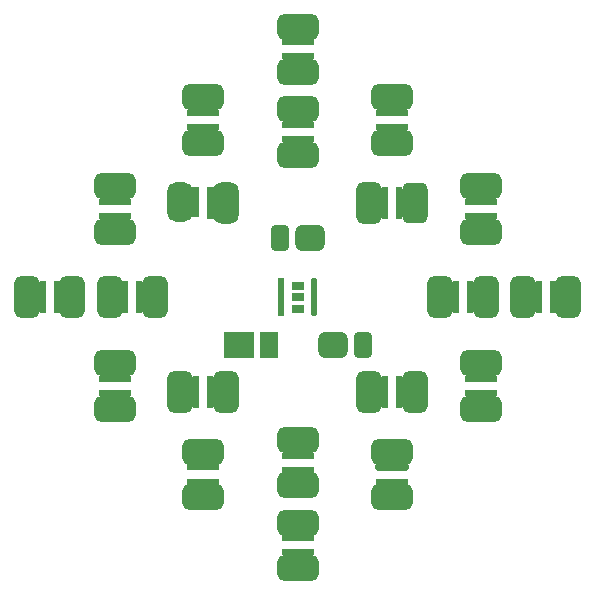
<source format=gbr>
%TF.GenerationSoftware,KiCad,Pcbnew,7.0.11*%
%TF.CreationDate,2024-09-02T12:26:07-05:00*%
%TF.ProjectId,uv_light,75765f6c-6967-4687-942e-6b696361645f,rev?*%
%TF.SameCoordinates,PX5f5e100PY5f5e100*%
%TF.FileFunction,Paste,Bot*%
%TF.FilePolarity,Positive*%
%FSLAX46Y46*%
G04 Gerber Fmt 4.6, Leading zero omitted, Abs format (unit mm)*
G04 Created by KiCad (PCBNEW 7.0.11) date 2024-09-02 12:26:07*
%MOMM*%
%LPD*%
G01*
G04 APERTURE LIST*
G04 Aperture macros list*
%AMRoundRect*
0 Rectangle with rounded corners*
0 $1 Rounding radius*
0 $2 $3 $4 $5 $6 $7 $8 $9 X,Y pos of 4 corners*
0 Add a 4 corners polygon primitive as box body*
4,1,4,$2,$3,$4,$5,$6,$7,$8,$9,$2,$3,0*
0 Add four circle primitives for the rounded corners*
1,1,$1+$1,$2,$3*
1,1,$1+$1,$4,$5*
1,1,$1+$1,$6,$7*
1,1,$1+$1,$8,$9*
0 Add four rect primitives between the rounded corners*
20,1,$1+$1,$2,$3,$4,$5,0*
20,1,$1+$1,$4,$5,$6,$7,0*
20,1,$1+$1,$6,$7,$8,$9,0*
20,1,$1+$1,$8,$9,$2,$3,0*%
G04 Aperture macros list end*
%ADD10R,2.800000X0.600000*%
%ADD11RoundRect,0.537500X1.212500X0.537500X-1.212500X0.537500X-1.212500X-0.537500X1.212500X-0.537500X0*%
%ADD12RoundRect,0.537500X-1.212500X-0.537500X1.212500X-0.537500X1.212500X0.537500X-1.212500X0.537500X0*%
%ADD13R,0.600000X2.800000*%
%ADD14RoundRect,0.537500X0.537500X-1.212500X0.537500X1.212500X-0.537500X1.212500X-0.537500X-1.212500X0*%
%ADD15RoundRect,0.537500X-0.537500X1.212500X-0.537500X-1.212500X0.537500X-1.212500X0.537500X1.212500X0*%
%ADD16RoundRect,0.550000X0.700000X0.550000X-0.700000X0.550000X-0.700000X-0.550000X0.700000X-0.550000X0*%
%ADD17RoundRect,0.387500X0.387500X0.712500X-0.387500X0.712500X-0.387500X-0.712500X0.387500X-0.712500X0*%
%ADD18R,1.010000X0.750000*%
%ADD19RoundRect,0.125000X0.125000X1.525000X-0.125000X1.525000X-0.125000X-1.525000X0.125000X-1.525000X0*%
%ADD20R,0.500000X3.300000*%
%ADD21RoundRect,0.540000X-0.535000X1.185000X-0.535000X-1.185000X0.535000X-1.185000X0.535000X1.185000X0*%
%ADD22RoundRect,0.550000X-0.700000X-0.550000X0.700000X-0.550000X0.700000X0.550000X-0.700000X0.550000X0*%
%ADD23RoundRect,0.387500X-0.387500X-0.712500X0.387500X-0.712500X0.387500X0.712500X-0.387500X0.712500X0*%
%ADD24RoundRect,0.175000X1.225000X0.175000X-1.225000X0.175000X-1.225000X-0.175000X1.225000X-0.175000X0*%
%ADD25R,2.500000X2.200000*%
%ADD26R,1.550000X2.200000*%
%ADD27R,0.650000X2.700000*%
%ADD28RoundRect,0.700000X-0.375000X1.050000X-0.375000X-1.050000X0.375000X-1.050000X0.375000X1.050000X0*%
%ADD29RoundRect,0.740000X-0.335000X0.935000X-0.335000X-0.935000X0.335000X-0.935000X0.335000X0.935000X0*%
%ADD30R,0.700000X2.650000*%
G04 APERTURE END LIST*
D10*
%TO.C,D7*%
X15500000Y-8100000D03*
D11*
X15500000Y-9425000D03*
X15500000Y-5575000D03*
D10*
X15500000Y-6900000D03*
%TD*%
%TO.C,D19*%
X0Y-14600000D03*
D11*
X0Y-15925000D03*
X0Y-12075000D03*
D10*
X0Y-13400000D03*
%TD*%
%TO.C,D11*%
X-15500000Y8100000D03*
D12*
X-15500000Y9425000D03*
X-15500000Y5575000D03*
D10*
X-15500000Y6900000D03*
%TD*%
D13*
%TO.C,D22*%
X-14600000Y0D03*
D14*
X-15925000Y0D03*
X-12075000Y0D03*
D13*
X-13400000Y0D03*
%TD*%
%TO.C,D5*%
X-7400000Y-8000000D03*
D15*
X-6075000Y-8000000D03*
X-9925000Y-8000000D03*
D13*
X-8600000Y-8000000D03*
%TD*%
D10*
%TO.C,D16*%
X0Y21600000D03*
D12*
X0Y22925000D03*
X0Y19075000D03*
D10*
X0Y20400000D03*
%TD*%
%TO.C,D14*%
X8000000Y15600000D03*
D12*
X8000000Y16925000D03*
X8000000Y13075000D03*
D10*
X8000000Y14400000D03*
%TD*%
D13*
%TO.C,D18*%
X21600000Y0D03*
D15*
X22925000Y0D03*
X19075000Y0D03*
D13*
X20400000Y0D03*
%TD*%
D10*
%TO.C,D13*%
X15500000Y8100000D03*
D12*
X15500000Y9425000D03*
X15500000Y5575000D03*
D10*
X15500000Y6900000D03*
%TD*%
%TO.C,D25*%
X-8000000Y-15600000D03*
D11*
X-8000000Y-16925000D03*
X-8000000Y-13075000D03*
D10*
X-8000000Y-14400000D03*
%TD*%
D16*
%TO.C,D3*%
X1050000Y5000000D03*
D17*
X-1525000Y5000000D03*
%TD*%
D18*
%TO.C,D4*%
X0Y-1000000D03*
X0Y0D03*
X0Y1000000D03*
D19*
X1400000Y0D03*
D20*
X-1400000Y0D03*
%TD*%
D21*
%TO.C,D10*%
X9925000Y7975000D03*
D13*
X8600000Y8000000D03*
D15*
X6075000Y8000000D03*
D13*
X7400000Y8000000D03*
%TD*%
D10*
%TO.C,D20*%
X0Y-21600000D03*
D11*
X0Y-22925000D03*
X0Y-19075000D03*
D10*
X0Y-20400000D03*
%TD*%
D22*
%TO.C,D1*%
X3000000Y-4000000D03*
D23*
X5575000Y-4000000D03*
%TD*%
D13*
%TO.C,D17*%
X14600000Y0D03*
D15*
X15925000Y0D03*
X12075000Y0D03*
D13*
X13400000Y0D03*
%TD*%
D10*
%TO.C,D8*%
X8000000Y-15600000D03*
D11*
X8000000Y-16925000D03*
X8000000Y-13075000D03*
D24*
X8000000Y-14350000D03*
%TD*%
D25*
%TO.C,D2*%
X-5000000Y-4000000D03*
D26*
X-2425000Y-4000000D03*
%TD*%
D13*
%TO.C,D23*%
X-21600000Y0D03*
D14*
X-22925000Y0D03*
X-19075000Y0D03*
D13*
X-20400000Y0D03*
%TD*%
D10*
%TO.C,D15*%
X0Y14600000D03*
D12*
X0Y15925000D03*
X0Y12075000D03*
D10*
X0Y13400000D03*
%TD*%
D13*
%TO.C,D6*%
X8600000Y-8000000D03*
D15*
X9925000Y-8000000D03*
X6075000Y-8000000D03*
D13*
X7400000Y-8000000D03*
%TD*%
D10*
%TO.C,D24*%
X-15500000Y-8100000D03*
D11*
X-15500000Y-9425000D03*
X-15500000Y-5575000D03*
D10*
X-15500000Y-6900000D03*
%TD*%
%TO.C,D12*%
X-8000000Y15600000D03*
D12*
X-8000000Y16925000D03*
X-8000000Y13075000D03*
D10*
X-8000000Y14400000D03*
%TD*%
D27*
%TO.C,D9*%
X-7375000Y7950000D03*
D28*
X-6075000Y8000000D03*
D29*
X-9925000Y8075000D03*
D30*
X-8650000Y8075000D03*
%TD*%
M02*

</source>
